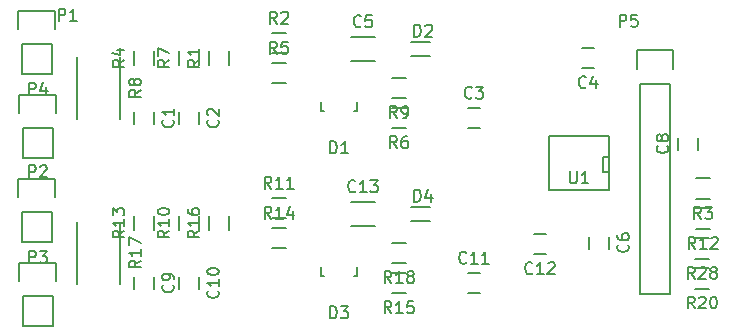
<source format=gto>
G04 #@! TF.FileFunction,Legend,Top*
%FSLAX46Y46*%
G04 Gerber Fmt 4.6, Leading zero omitted, Abs format (unit mm)*
G04 Created by KiCad (PCBNEW 4.0.7) date Sat Jan  5 20:39:28 2019*
%MOMM*%
%LPD*%
G01*
G04 APERTURE LIST*
%ADD10C,0.100000*%
%ADD11C,0.150000*%
G04 APERTURE END LIST*
D10*
D11*
X79769000Y-29285000D02*
X79769000Y-47065000D01*
X79769000Y-47065000D02*
X77229000Y-47065000D01*
X77229000Y-47065000D02*
X77229000Y-29285000D01*
X80049000Y-26465000D02*
X80049000Y-28015000D01*
X79769000Y-29285000D02*
X77229000Y-29285000D01*
X76949000Y-28015000D02*
X76949000Y-26465000D01*
X76949000Y-26465000D02*
X80049000Y-26465000D01*
X36085000Y-32685000D02*
X36085000Y-31685000D01*
X34385000Y-31685000D02*
X34385000Y-32685000D01*
X39895000Y-32685000D02*
X39895000Y-31685000D01*
X38195000Y-31685000D02*
X38195000Y-32685000D01*
X63675000Y-31335000D02*
X62675000Y-31335000D01*
X62675000Y-33035000D02*
X63675000Y-33035000D01*
X72327000Y-27955000D02*
X73327000Y-27955000D01*
X73327000Y-26255000D02*
X72327000Y-26255000D01*
X54777000Y-25318000D02*
X52777000Y-25318000D01*
X52777000Y-27368000D02*
X54777000Y-27368000D01*
X74600000Y-43250000D02*
X74600000Y-42250000D01*
X72900000Y-42250000D02*
X72900000Y-43250000D01*
X80443000Y-33865000D02*
X80443000Y-34865000D01*
X82143000Y-34865000D02*
X82143000Y-33865000D01*
X36085000Y-46655000D02*
X36085000Y-45655000D01*
X34385000Y-45655000D02*
X34385000Y-46655000D01*
X39895000Y-46655000D02*
X39895000Y-45655000D01*
X38195000Y-45655000D02*
X38195000Y-46655000D01*
X63675000Y-45305000D02*
X62675000Y-45305000D01*
X62675000Y-47005000D02*
X63675000Y-47005000D01*
X68263000Y-43703000D02*
X69263000Y-43703000D01*
X69263000Y-42003000D02*
X68263000Y-42003000D01*
X54777000Y-39288000D02*
X52777000Y-39288000D01*
X52777000Y-41338000D02*
X54777000Y-41338000D01*
X53244820Y-30864200D02*
X53244820Y-31565240D01*
X53244820Y-31565240D02*
X52995900Y-31565240D01*
X50445840Y-31565240D02*
X50245180Y-31565240D01*
X50245180Y-31565240D02*
X50245180Y-30864200D01*
X59457000Y-25743000D02*
X57857000Y-25743000D01*
X59457000Y-26943000D02*
X57857000Y-26943000D01*
X53244820Y-44834200D02*
X53244820Y-45535240D01*
X53244820Y-45535240D02*
X52995900Y-45535240D01*
X50445840Y-45535240D02*
X50245180Y-45535240D01*
X50245180Y-45535240D02*
X50245180Y-44834200D01*
X59457000Y-39713000D02*
X57857000Y-39713000D01*
X59457000Y-40913000D02*
X57857000Y-40913000D01*
X27432000Y-25908000D02*
X27432000Y-28448000D01*
X27712000Y-23088000D02*
X27712000Y-24638000D01*
X27432000Y-25908000D02*
X24892000Y-25908000D01*
X24612000Y-24638000D02*
X24612000Y-23088000D01*
X24612000Y-23088000D02*
X27712000Y-23088000D01*
X24892000Y-25908000D02*
X24892000Y-28448000D01*
X24892000Y-28448000D02*
X27432000Y-28448000D01*
X27432000Y-40132000D02*
X27432000Y-42672000D01*
X27712000Y-37312000D02*
X27712000Y-38862000D01*
X27432000Y-40132000D02*
X24892000Y-40132000D01*
X24612000Y-38862000D02*
X24612000Y-37312000D01*
X24612000Y-37312000D02*
X27712000Y-37312000D01*
X24892000Y-40132000D02*
X24892000Y-42672000D01*
X24892000Y-42672000D02*
X27432000Y-42672000D01*
X27520000Y-47270000D02*
X27520000Y-49810000D01*
X27800000Y-44450000D02*
X27800000Y-46000000D01*
X27520000Y-47270000D02*
X24980000Y-47270000D01*
X24700000Y-46000000D02*
X24700000Y-44450000D01*
X24700000Y-44450000D02*
X27800000Y-44450000D01*
X24980000Y-47270000D02*
X24980000Y-49810000D01*
X24980000Y-49810000D02*
X27520000Y-49810000D01*
X27520000Y-33020000D02*
X27520000Y-35560000D01*
X27800000Y-30200000D02*
X27800000Y-31750000D01*
X27520000Y-33020000D02*
X24980000Y-33020000D01*
X24700000Y-31750000D02*
X24700000Y-30200000D01*
X24700000Y-30200000D02*
X27800000Y-30200000D01*
X24980000Y-33020000D02*
X24980000Y-35560000D01*
X24980000Y-35560000D02*
X27520000Y-35560000D01*
X42460000Y-26505000D02*
X42460000Y-27705000D01*
X40710000Y-27705000D02*
X40710000Y-26505000D01*
X47265000Y-26710000D02*
X46065000Y-26710000D01*
X46065000Y-24960000D02*
X47265000Y-24960000D01*
X81963000Y-37300000D02*
X83163000Y-37300000D01*
X83163000Y-39050000D02*
X81963000Y-39050000D01*
X36110000Y-26505000D02*
X36110000Y-27705000D01*
X34360000Y-27705000D02*
X34360000Y-26505000D01*
X47265000Y-29250000D02*
X46065000Y-29250000D01*
X46065000Y-27500000D02*
X47265000Y-27500000D01*
X56225000Y-31310000D02*
X57425000Y-31310000D01*
X57425000Y-33060000D02*
X56225000Y-33060000D01*
X39920000Y-26505000D02*
X39920000Y-27705000D01*
X38170000Y-27705000D02*
X38170000Y-26505000D01*
X29600000Y-32245000D02*
X29600000Y-27045000D01*
X33250000Y-27045000D02*
X33250000Y-32245000D01*
X56225000Y-28770000D02*
X57425000Y-28770000D01*
X57425000Y-30520000D02*
X56225000Y-30520000D01*
X39920000Y-40475000D02*
X39920000Y-41675000D01*
X38170000Y-41675000D02*
X38170000Y-40475000D01*
X47265000Y-40680000D02*
X46065000Y-40680000D01*
X46065000Y-38930000D02*
X47265000Y-38930000D01*
X81963000Y-39840000D02*
X83163000Y-39840000D01*
X83163000Y-41590000D02*
X81963000Y-41590000D01*
X36110000Y-40475000D02*
X36110000Y-41675000D01*
X34360000Y-41675000D02*
X34360000Y-40475000D01*
X47265000Y-43220000D02*
X46065000Y-43220000D01*
X46065000Y-41470000D02*
X47265000Y-41470000D01*
X56225000Y-45280000D02*
X57425000Y-45280000D01*
X57425000Y-47030000D02*
X56225000Y-47030000D01*
X42460000Y-40475000D02*
X42460000Y-41675000D01*
X40710000Y-41675000D02*
X40710000Y-40475000D01*
X29600000Y-46215000D02*
X29600000Y-41015000D01*
X33250000Y-41015000D02*
X33250000Y-46215000D01*
X56225000Y-42740000D02*
X57425000Y-42740000D01*
X57425000Y-44490000D02*
X56225000Y-44490000D01*
X81900000Y-44875000D02*
X83100000Y-44875000D01*
X83100000Y-46625000D02*
X81900000Y-46625000D01*
X81900000Y-42375000D02*
X83100000Y-42375000D01*
X83100000Y-44125000D02*
X81900000Y-44125000D01*
X74605000Y-38281000D02*
X69525000Y-38281000D01*
X69525000Y-38281000D02*
X69525000Y-33709000D01*
X69525000Y-33709000D02*
X74605000Y-33709000D01*
X74605000Y-33709000D02*
X74605000Y-38281000D01*
X74605000Y-36757000D02*
X74097000Y-36757000D01*
X74097000Y-36757000D02*
X74097000Y-35487000D01*
X74097000Y-35487000D02*
X74605000Y-35487000D01*
X75511905Y-24452381D02*
X75511905Y-23452381D01*
X75892858Y-23452381D01*
X75988096Y-23500000D01*
X76035715Y-23547619D01*
X76083334Y-23642857D01*
X76083334Y-23785714D01*
X76035715Y-23880952D01*
X75988096Y-23928571D01*
X75892858Y-23976190D01*
X75511905Y-23976190D01*
X76988096Y-23452381D02*
X76511905Y-23452381D01*
X76464286Y-23928571D01*
X76511905Y-23880952D01*
X76607143Y-23833333D01*
X76845239Y-23833333D01*
X76940477Y-23880952D01*
X76988096Y-23928571D01*
X77035715Y-24023810D01*
X77035715Y-24261905D01*
X76988096Y-24357143D01*
X76940477Y-24404762D01*
X76845239Y-24452381D01*
X76607143Y-24452381D01*
X76511905Y-24404762D01*
X76464286Y-24357143D01*
X37692143Y-32351666D02*
X37739762Y-32399285D01*
X37787381Y-32542142D01*
X37787381Y-32637380D01*
X37739762Y-32780238D01*
X37644524Y-32875476D01*
X37549286Y-32923095D01*
X37358810Y-32970714D01*
X37215952Y-32970714D01*
X37025476Y-32923095D01*
X36930238Y-32875476D01*
X36835000Y-32780238D01*
X36787381Y-32637380D01*
X36787381Y-32542142D01*
X36835000Y-32399285D01*
X36882619Y-32351666D01*
X37787381Y-31399285D02*
X37787381Y-31970714D01*
X37787381Y-31685000D02*
X36787381Y-31685000D01*
X36930238Y-31780238D01*
X37025476Y-31875476D01*
X37073095Y-31970714D01*
X41502143Y-32351666D02*
X41549762Y-32399285D01*
X41597381Y-32542142D01*
X41597381Y-32637380D01*
X41549762Y-32780238D01*
X41454524Y-32875476D01*
X41359286Y-32923095D01*
X41168810Y-32970714D01*
X41025952Y-32970714D01*
X40835476Y-32923095D01*
X40740238Y-32875476D01*
X40645000Y-32780238D01*
X40597381Y-32637380D01*
X40597381Y-32542142D01*
X40645000Y-32399285D01*
X40692619Y-32351666D01*
X40692619Y-31970714D02*
X40645000Y-31923095D01*
X40597381Y-31827857D01*
X40597381Y-31589761D01*
X40645000Y-31494523D01*
X40692619Y-31446904D01*
X40787857Y-31399285D01*
X40883095Y-31399285D01*
X41025952Y-31446904D01*
X41597381Y-32018333D01*
X41597381Y-31399285D01*
X63008334Y-30442143D02*
X62960715Y-30489762D01*
X62817858Y-30537381D01*
X62722620Y-30537381D01*
X62579762Y-30489762D01*
X62484524Y-30394524D01*
X62436905Y-30299286D01*
X62389286Y-30108810D01*
X62389286Y-29965952D01*
X62436905Y-29775476D01*
X62484524Y-29680238D01*
X62579762Y-29585000D01*
X62722620Y-29537381D01*
X62817858Y-29537381D01*
X62960715Y-29585000D01*
X63008334Y-29632619D01*
X63341667Y-29537381D02*
X63960715Y-29537381D01*
X63627381Y-29918333D01*
X63770239Y-29918333D01*
X63865477Y-29965952D01*
X63913096Y-30013571D01*
X63960715Y-30108810D01*
X63960715Y-30346905D01*
X63913096Y-30442143D01*
X63865477Y-30489762D01*
X63770239Y-30537381D01*
X63484524Y-30537381D01*
X63389286Y-30489762D01*
X63341667Y-30442143D01*
X72660334Y-29562143D02*
X72612715Y-29609762D01*
X72469858Y-29657381D01*
X72374620Y-29657381D01*
X72231762Y-29609762D01*
X72136524Y-29514524D01*
X72088905Y-29419286D01*
X72041286Y-29228810D01*
X72041286Y-29085952D01*
X72088905Y-28895476D01*
X72136524Y-28800238D01*
X72231762Y-28705000D01*
X72374620Y-28657381D01*
X72469858Y-28657381D01*
X72612715Y-28705000D01*
X72660334Y-28752619D01*
X73517477Y-28990714D02*
X73517477Y-29657381D01*
X73279381Y-28609762D02*
X73041286Y-29324048D01*
X73660334Y-29324048D01*
X53610334Y-24400143D02*
X53562715Y-24447762D01*
X53419858Y-24495381D01*
X53324620Y-24495381D01*
X53181762Y-24447762D01*
X53086524Y-24352524D01*
X53038905Y-24257286D01*
X52991286Y-24066810D01*
X52991286Y-23923952D01*
X53038905Y-23733476D01*
X53086524Y-23638238D01*
X53181762Y-23543000D01*
X53324620Y-23495381D01*
X53419858Y-23495381D01*
X53562715Y-23543000D01*
X53610334Y-23590619D01*
X54515096Y-23495381D02*
X54038905Y-23495381D01*
X53991286Y-23971571D01*
X54038905Y-23923952D01*
X54134143Y-23876333D01*
X54372239Y-23876333D01*
X54467477Y-23923952D01*
X54515096Y-23971571D01*
X54562715Y-24066810D01*
X54562715Y-24304905D01*
X54515096Y-24400143D01*
X54467477Y-24447762D01*
X54372239Y-24495381D01*
X54134143Y-24495381D01*
X54038905Y-24447762D01*
X53991286Y-24400143D01*
X76207143Y-42916666D02*
X76254762Y-42964285D01*
X76302381Y-43107142D01*
X76302381Y-43202380D01*
X76254762Y-43345238D01*
X76159524Y-43440476D01*
X76064286Y-43488095D01*
X75873810Y-43535714D01*
X75730952Y-43535714D01*
X75540476Y-43488095D01*
X75445238Y-43440476D01*
X75350000Y-43345238D01*
X75302381Y-43202380D01*
X75302381Y-43107142D01*
X75350000Y-42964285D01*
X75397619Y-42916666D01*
X75302381Y-42059523D02*
X75302381Y-42250000D01*
X75350000Y-42345238D01*
X75397619Y-42392857D01*
X75540476Y-42488095D01*
X75730952Y-42535714D01*
X76111905Y-42535714D01*
X76207143Y-42488095D01*
X76254762Y-42440476D01*
X76302381Y-42345238D01*
X76302381Y-42154761D01*
X76254762Y-42059523D01*
X76207143Y-42011904D01*
X76111905Y-41964285D01*
X75873810Y-41964285D01*
X75778571Y-42011904D01*
X75730952Y-42059523D01*
X75683333Y-42154761D01*
X75683333Y-42345238D01*
X75730952Y-42440476D01*
X75778571Y-42488095D01*
X75873810Y-42535714D01*
X79550143Y-34531666D02*
X79597762Y-34579285D01*
X79645381Y-34722142D01*
X79645381Y-34817380D01*
X79597762Y-34960238D01*
X79502524Y-35055476D01*
X79407286Y-35103095D01*
X79216810Y-35150714D01*
X79073952Y-35150714D01*
X78883476Y-35103095D01*
X78788238Y-35055476D01*
X78693000Y-34960238D01*
X78645381Y-34817380D01*
X78645381Y-34722142D01*
X78693000Y-34579285D01*
X78740619Y-34531666D01*
X79073952Y-33960238D02*
X79026333Y-34055476D01*
X78978714Y-34103095D01*
X78883476Y-34150714D01*
X78835857Y-34150714D01*
X78740619Y-34103095D01*
X78693000Y-34055476D01*
X78645381Y-33960238D01*
X78645381Y-33769761D01*
X78693000Y-33674523D01*
X78740619Y-33626904D01*
X78835857Y-33579285D01*
X78883476Y-33579285D01*
X78978714Y-33626904D01*
X79026333Y-33674523D01*
X79073952Y-33769761D01*
X79073952Y-33960238D01*
X79121571Y-34055476D01*
X79169190Y-34103095D01*
X79264429Y-34150714D01*
X79454905Y-34150714D01*
X79550143Y-34103095D01*
X79597762Y-34055476D01*
X79645381Y-33960238D01*
X79645381Y-33769761D01*
X79597762Y-33674523D01*
X79550143Y-33626904D01*
X79454905Y-33579285D01*
X79264429Y-33579285D01*
X79169190Y-33626904D01*
X79121571Y-33674523D01*
X79073952Y-33769761D01*
X37692143Y-46321666D02*
X37739762Y-46369285D01*
X37787381Y-46512142D01*
X37787381Y-46607380D01*
X37739762Y-46750238D01*
X37644524Y-46845476D01*
X37549286Y-46893095D01*
X37358810Y-46940714D01*
X37215952Y-46940714D01*
X37025476Y-46893095D01*
X36930238Y-46845476D01*
X36835000Y-46750238D01*
X36787381Y-46607380D01*
X36787381Y-46512142D01*
X36835000Y-46369285D01*
X36882619Y-46321666D01*
X37787381Y-45845476D02*
X37787381Y-45655000D01*
X37739762Y-45559761D01*
X37692143Y-45512142D01*
X37549286Y-45416904D01*
X37358810Y-45369285D01*
X36977857Y-45369285D01*
X36882619Y-45416904D01*
X36835000Y-45464523D01*
X36787381Y-45559761D01*
X36787381Y-45750238D01*
X36835000Y-45845476D01*
X36882619Y-45893095D01*
X36977857Y-45940714D01*
X37215952Y-45940714D01*
X37311190Y-45893095D01*
X37358810Y-45845476D01*
X37406429Y-45750238D01*
X37406429Y-45559761D01*
X37358810Y-45464523D01*
X37311190Y-45416904D01*
X37215952Y-45369285D01*
X41502143Y-46797857D02*
X41549762Y-46845476D01*
X41597381Y-46988333D01*
X41597381Y-47083571D01*
X41549762Y-47226429D01*
X41454524Y-47321667D01*
X41359286Y-47369286D01*
X41168810Y-47416905D01*
X41025952Y-47416905D01*
X40835476Y-47369286D01*
X40740238Y-47321667D01*
X40645000Y-47226429D01*
X40597381Y-47083571D01*
X40597381Y-46988333D01*
X40645000Y-46845476D01*
X40692619Y-46797857D01*
X41597381Y-45845476D02*
X41597381Y-46416905D01*
X41597381Y-46131191D02*
X40597381Y-46131191D01*
X40740238Y-46226429D01*
X40835476Y-46321667D01*
X40883095Y-46416905D01*
X40597381Y-45226429D02*
X40597381Y-45131190D01*
X40645000Y-45035952D01*
X40692619Y-44988333D01*
X40787857Y-44940714D01*
X40978333Y-44893095D01*
X41216429Y-44893095D01*
X41406905Y-44940714D01*
X41502143Y-44988333D01*
X41549762Y-45035952D01*
X41597381Y-45131190D01*
X41597381Y-45226429D01*
X41549762Y-45321667D01*
X41502143Y-45369286D01*
X41406905Y-45416905D01*
X41216429Y-45464524D01*
X40978333Y-45464524D01*
X40787857Y-45416905D01*
X40692619Y-45369286D01*
X40645000Y-45321667D01*
X40597381Y-45226429D01*
X62532143Y-44412143D02*
X62484524Y-44459762D01*
X62341667Y-44507381D01*
X62246429Y-44507381D01*
X62103571Y-44459762D01*
X62008333Y-44364524D01*
X61960714Y-44269286D01*
X61913095Y-44078810D01*
X61913095Y-43935952D01*
X61960714Y-43745476D01*
X62008333Y-43650238D01*
X62103571Y-43555000D01*
X62246429Y-43507381D01*
X62341667Y-43507381D01*
X62484524Y-43555000D01*
X62532143Y-43602619D01*
X63484524Y-44507381D02*
X62913095Y-44507381D01*
X63198809Y-44507381D02*
X63198809Y-43507381D01*
X63103571Y-43650238D01*
X63008333Y-43745476D01*
X62913095Y-43793095D01*
X64436905Y-44507381D02*
X63865476Y-44507381D01*
X64151190Y-44507381D02*
X64151190Y-43507381D01*
X64055952Y-43650238D01*
X63960714Y-43745476D01*
X63865476Y-43793095D01*
X68120143Y-45310143D02*
X68072524Y-45357762D01*
X67929667Y-45405381D01*
X67834429Y-45405381D01*
X67691571Y-45357762D01*
X67596333Y-45262524D01*
X67548714Y-45167286D01*
X67501095Y-44976810D01*
X67501095Y-44833952D01*
X67548714Y-44643476D01*
X67596333Y-44548238D01*
X67691571Y-44453000D01*
X67834429Y-44405381D01*
X67929667Y-44405381D01*
X68072524Y-44453000D01*
X68120143Y-44500619D01*
X69072524Y-45405381D02*
X68501095Y-45405381D01*
X68786809Y-45405381D02*
X68786809Y-44405381D01*
X68691571Y-44548238D01*
X68596333Y-44643476D01*
X68501095Y-44691095D01*
X69453476Y-44500619D02*
X69501095Y-44453000D01*
X69596333Y-44405381D01*
X69834429Y-44405381D01*
X69929667Y-44453000D01*
X69977286Y-44500619D01*
X70024905Y-44595857D01*
X70024905Y-44691095D01*
X69977286Y-44833952D01*
X69405857Y-45405381D01*
X70024905Y-45405381D01*
X53134143Y-38370143D02*
X53086524Y-38417762D01*
X52943667Y-38465381D01*
X52848429Y-38465381D01*
X52705571Y-38417762D01*
X52610333Y-38322524D01*
X52562714Y-38227286D01*
X52515095Y-38036810D01*
X52515095Y-37893952D01*
X52562714Y-37703476D01*
X52610333Y-37608238D01*
X52705571Y-37513000D01*
X52848429Y-37465381D01*
X52943667Y-37465381D01*
X53086524Y-37513000D01*
X53134143Y-37560619D01*
X54086524Y-38465381D02*
X53515095Y-38465381D01*
X53800809Y-38465381D02*
X53800809Y-37465381D01*
X53705571Y-37608238D01*
X53610333Y-37703476D01*
X53515095Y-37751095D01*
X54419857Y-37465381D02*
X55038905Y-37465381D01*
X54705571Y-37846333D01*
X54848429Y-37846333D01*
X54943667Y-37893952D01*
X54991286Y-37941571D01*
X55038905Y-38036810D01*
X55038905Y-38274905D01*
X54991286Y-38370143D01*
X54943667Y-38417762D01*
X54848429Y-38465381D01*
X54562714Y-38465381D01*
X54467476Y-38417762D01*
X54419857Y-38370143D01*
X51006905Y-35177381D02*
X51006905Y-34177381D01*
X51245000Y-34177381D01*
X51387858Y-34225000D01*
X51483096Y-34320238D01*
X51530715Y-34415476D01*
X51578334Y-34605952D01*
X51578334Y-34748810D01*
X51530715Y-34939286D01*
X51483096Y-35034524D01*
X51387858Y-35129762D01*
X51245000Y-35177381D01*
X51006905Y-35177381D01*
X52530715Y-35177381D02*
X51959286Y-35177381D01*
X52245000Y-35177381D02*
X52245000Y-34177381D01*
X52149762Y-34320238D01*
X52054524Y-34415476D01*
X51959286Y-34463095D01*
X58118905Y-25295381D02*
X58118905Y-24295381D01*
X58357000Y-24295381D01*
X58499858Y-24343000D01*
X58595096Y-24438238D01*
X58642715Y-24533476D01*
X58690334Y-24723952D01*
X58690334Y-24866810D01*
X58642715Y-25057286D01*
X58595096Y-25152524D01*
X58499858Y-25247762D01*
X58357000Y-25295381D01*
X58118905Y-25295381D01*
X59071286Y-24390619D02*
X59118905Y-24343000D01*
X59214143Y-24295381D01*
X59452239Y-24295381D01*
X59547477Y-24343000D01*
X59595096Y-24390619D01*
X59642715Y-24485857D01*
X59642715Y-24581095D01*
X59595096Y-24723952D01*
X59023667Y-25295381D01*
X59642715Y-25295381D01*
X51006905Y-49147381D02*
X51006905Y-48147381D01*
X51245000Y-48147381D01*
X51387858Y-48195000D01*
X51483096Y-48290238D01*
X51530715Y-48385476D01*
X51578334Y-48575952D01*
X51578334Y-48718810D01*
X51530715Y-48909286D01*
X51483096Y-49004524D01*
X51387858Y-49099762D01*
X51245000Y-49147381D01*
X51006905Y-49147381D01*
X51911667Y-48147381D02*
X52530715Y-48147381D01*
X52197381Y-48528333D01*
X52340239Y-48528333D01*
X52435477Y-48575952D01*
X52483096Y-48623571D01*
X52530715Y-48718810D01*
X52530715Y-48956905D01*
X52483096Y-49052143D01*
X52435477Y-49099762D01*
X52340239Y-49147381D01*
X52054524Y-49147381D01*
X51959286Y-49099762D01*
X51911667Y-49052143D01*
X58118905Y-39265381D02*
X58118905Y-38265381D01*
X58357000Y-38265381D01*
X58499858Y-38313000D01*
X58595096Y-38408238D01*
X58642715Y-38503476D01*
X58690334Y-38693952D01*
X58690334Y-38836810D01*
X58642715Y-39027286D01*
X58595096Y-39122524D01*
X58499858Y-39217762D01*
X58357000Y-39265381D01*
X58118905Y-39265381D01*
X59547477Y-38598714D02*
X59547477Y-39265381D01*
X59309381Y-38217762D02*
X59071286Y-38932048D01*
X59690334Y-38932048D01*
X28011905Y-23952381D02*
X28011905Y-22952381D01*
X28392858Y-22952381D01*
X28488096Y-23000000D01*
X28535715Y-23047619D01*
X28583334Y-23142857D01*
X28583334Y-23285714D01*
X28535715Y-23380952D01*
X28488096Y-23428571D01*
X28392858Y-23476190D01*
X28011905Y-23476190D01*
X29535715Y-23952381D02*
X28964286Y-23952381D01*
X29250000Y-23952381D02*
X29250000Y-22952381D01*
X29154762Y-23095238D01*
X29059524Y-23190476D01*
X28964286Y-23238095D01*
X25511905Y-37202381D02*
X25511905Y-36202381D01*
X25892858Y-36202381D01*
X25988096Y-36250000D01*
X26035715Y-36297619D01*
X26083334Y-36392857D01*
X26083334Y-36535714D01*
X26035715Y-36630952D01*
X25988096Y-36678571D01*
X25892858Y-36726190D01*
X25511905Y-36726190D01*
X26464286Y-36297619D02*
X26511905Y-36250000D01*
X26607143Y-36202381D01*
X26845239Y-36202381D01*
X26940477Y-36250000D01*
X26988096Y-36297619D01*
X27035715Y-36392857D01*
X27035715Y-36488095D01*
X26988096Y-36630952D01*
X26416667Y-37202381D01*
X27035715Y-37202381D01*
X25511905Y-44452381D02*
X25511905Y-43452381D01*
X25892858Y-43452381D01*
X25988096Y-43500000D01*
X26035715Y-43547619D01*
X26083334Y-43642857D01*
X26083334Y-43785714D01*
X26035715Y-43880952D01*
X25988096Y-43928571D01*
X25892858Y-43976190D01*
X25511905Y-43976190D01*
X26416667Y-43452381D02*
X27035715Y-43452381D01*
X26702381Y-43833333D01*
X26845239Y-43833333D01*
X26940477Y-43880952D01*
X26988096Y-43928571D01*
X27035715Y-44023810D01*
X27035715Y-44261905D01*
X26988096Y-44357143D01*
X26940477Y-44404762D01*
X26845239Y-44452381D01*
X26559524Y-44452381D01*
X26464286Y-44404762D01*
X26416667Y-44357143D01*
X25511905Y-30202381D02*
X25511905Y-29202381D01*
X25892858Y-29202381D01*
X25988096Y-29250000D01*
X26035715Y-29297619D01*
X26083334Y-29392857D01*
X26083334Y-29535714D01*
X26035715Y-29630952D01*
X25988096Y-29678571D01*
X25892858Y-29726190D01*
X25511905Y-29726190D01*
X26940477Y-29535714D02*
X26940477Y-30202381D01*
X26702381Y-29154762D02*
X26464286Y-29869048D01*
X27083334Y-29869048D01*
X39937381Y-27271666D02*
X39461190Y-27605000D01*
X39937381Y-27843095D02*
X38937381Y-27843095D01*
X38937381Y-27462142D01*
X38985000Y-27366904D01*
X39032619Y-27319285D01*
X39127857Y-27271666D01*
X39270714Y-27271666D01*
X39365952Y-27319285D01*
X39413571Y-27366904D01*
X39461190Y-27462142D01*
X39461190Y-27843095D01*
X39937381Y-26319285D02*
X39937381Y-26890714D01*
X39937381Y-26605000D02*
X38937381Y-26605000D01*
X39080238Y-26700238D01*
X39175476Y-26795476D01*
X39223095Y-26890714D01*
X46498334Y-24187381D02*
X46165000Y-23711190D01*
X45926905Y-24187381D02*
X45926905Y-23187381D01*
X46307858Y-23187381D01*
X46403096Y-23235000D01*
X46450715Y-23282619D01*
X46498334Y-23377857D01*
X46498334Y-23520714D01*
X46450715Y-23615952D01*
X46403096Y-23663571D01*
X46307858Y-23711190D01*
X45926905Y-23711190D01*
X46879286Y-23282619D02*
X46926905Y-23235000D01*
X47022143Y-23187381D01*
X47260239Y-23187381D01*
X47355477Y-23235000D01*
X47403096Y-23282619D01*
X47450715Y-23377857D01*
X47450715Y-23473095D01*
X47403096Y-23615952D01*
X46831667Y-24187381D01*
X47450715Y-24187381D01*
X82396334Y-40727381D02*
X82063000Y-40251190D01*
X81824905Y-40727381D02*
X81824905Y-39727381D01*
X82205858Y-39727381D01*
X82301096Y-39775000D01*
X82348715Y-39822619D01*
X82396334Y-39917857D01*
X82396334Y-40060714D01*
X82348715Y-40155952D01*
X82301096Y-40203571D01*
X82205858Y-40251190D01*
X81824905Y-40251190D01*
X82729667Y-39727381D02*
X83348715Y-39727381D01*
X83015381Y-40108333D01*
X83158239Y-40108333D01*
X83253477Y-40155952D01*
X83301096Y-40203571D01*
X83348715Y-40298810D01*
X83348715Y-40536905D01*
X83301096Y-40632143D01*
X83253477Y-40679762D01*
X83158239Y-40727381D01*
X82872524Y-40727381D01*
X82777286Y-40679762D01*
X82729667Y-40632143D01*
X33587381Y-27271666D02*
X33111190Y-27605000D01*
X33587381Y-27843095D02*
X32587381Y-27843095D01*
X32587381Y-27462142D01*
X32635000Y-27366904D01*
X32682619Y-27319285D01*
X32777857Y-27271666D01*
X32920714Y-27271666D01*
X33015952Y-27319285D01*
X33063571Y-27366904D01*
X33111190Y-27462142D01*
X33111190Y-27843095D01*
X32920714Y-26414523D02*
X33587381Y-26414523D01*
X32539762Y-26652619D02*
X33254048Y-26890714D01*
X33254048Y-26271666D01*
X46498334Y-26727381D02*
X46165000Y-26251190D01*
X45926905Y-26727381D02*
X45926905Y-25727381D01*
X46307858Y-25727381D01*
X46403096Y-25775000D01*
X46450715Y-25822619D01*
X46498334Y-25917857D01*
X46498334Y-26060714D01*
X46450715Y-26155952D01*
X46403096Y-26203571D01*
X46307858Y-26251190D01*
X45926905Y-26251190D01*
X47403096Y-25727381D02*
X46926905Y-25727381D01*
X46879286Y-26203571D01*
X46926905Y-26155952D01*
X47022143Y-26108333D01*
X47260239Y-26108333D01*
X47355477Y-26155952D01*
X47403096Y-26203571D01*
X47450715Y-26298810D01*
X47450715Y-26536905D01*
X47403096Y-26632143D01*
X47355477Y-26679762D01*
X47260239Y-26727381D01*
X47022143Y-26727381D01*
X46926905Y-26679762D01*
X46879286Y-26632143D01*
X56658334Y-34737381D02*
X56325000Y-34261190D01*
X56086905Y-34737381D02*
X56086905Y-33737381D01*
X56467858Y-33737381D01*
X56563096Y-33785000D01*
X56610715Y-33832619D01*
X56658334Y-33927857D01*
X56658334Y-34070714D01*
X56610715Y-34165952D01*
X56563096Y-34213571D01*
X56467858Y-34261190D01*
X56086905Y-34261190D01*
X57515477Y-33737381D02*
X57325000Y-33737381D01*
X57229762Y-33785000D01*
X57182143Y-33832619D01*
X57086905Y-33975476D01*
X57039286Y-34165952D01*
X57039286Y-34546905D01*
X57086905Y-34642143D01*
X57134524Y-34689762D01*
X57229762Y-34737381D01*
X57420239Y-34737381D01*
X57515477Y-34689762D01*
X57563096Y-34642143D01*
X57610715Y-34546905D01*
X57610715Y-34308810D01*
X57563096Y-34213571D01*
X57515477Y-34165952D01*
X57420239Y-34118333D01*
X57229762Y-34118333D01*
X57134524Y-34165952D01*
X57086905Y-34213571D01*
X57039286Y-34308810D01*
X37397381Y-27271666D02*
X36921190Y-27605000D01*
X37397381Y-27843095D02*
X36397381Y-27843095D01*
X36397381Y-27462142D01*
X36445000Y-27366904D01*
X36492619Y-27319285D01*
X36587857Y-27271666D01*
X36730714Y-27271666D01*
X36825952Y-27319285D01*
X36873571Y-27366904D01*
X36921190Y-27462142D01*
X36921190Y-27843095D01*
X36397381Y-26938333D02*
X36397381Y-26271666D01*
X37397381Y-26700238D01*
X34977381Y-29811666D02*
X34501190Y-30145000D01*
X34977381Y-30383095D02*
X33977381Y-30383095D01*
X33977381Y-30002142D01*
X34025000Y-29906904D01*
X34072619Y-29859285D01*
X34167857Y-29811666D01*
X34310714Y-29811666D01*
X34405952Y-29859285D01*
X34453571Y-29906904D01*
X34501190Y-30002142D01*
X34501190Y-30383095D01*
X34405952Y-29240238D02*
X34358333Y-29335476D01*
X34310714Y-29383095D01*
X34215476Y-29430714D01*
X34167857Y-29430714D01*
X34072619Y-29383095D01*
X34025000Y-29335476D01*
X33977381Y-29240238D01*
X33977381Y-29049761D01*
X34025000Y-28954523D01*
X34072619Y-28906904D01*
X34167857Y-28859285D01*
X34215476Y-28859285D01*
X34310714Y-28906904D01*
X34358333Y-28954523D01*
X34405952Y-29049761D01*
X34405952Y-29240238D01*
X34453571Y-29335476D01*
X34501190Y-29383095D01*
X34596429Y-29430714D01*
X34786905Y-29430714D01*
X34882143Y-29383095D01*
X34929762Y-29335476D01*
X34977381Y-29240238D01*
X34977381Y-29049761D01*
X34929762Y-28954523D01*
X34882143Y-28906904D01*
X34786905Y-28859285D01*
X34596429Y-28859285D01*
X34501190Y-28906904D01*
X34453571Y-28954523D01*
X34405952Y-29049761D01*
X56658334Y-32197381D02*
X56325000Y-31721190D01*
X56086905Y-32197381D02*
X56086905Y-31197381D01*
X56467858Y-31197381D01*
X56563096Y-31245000D01*
X56610715Y-31292619D01*
X56658334Y-31387857D01*
X56658334Y-31530714D01*
X56610715Y-31625952D01*
X56563096Y-31673571D01*
X56467858Y-31721190D01*
X56086905Y-31721190D01*
X57134524Y-32197381D02*
X57325000Y-32197381D01*
X57420239Y-32149762D01*
X57467858Y-32102143D01*
X57563096Y-31959286D01*
X57610715Y-31768810D01*
X57610715Y-31387857D01*
X57563096Y-31292619D01*
X57515477Y-31245000D01*
X57420239Y-31197381D01*
X57229762Y-31197381D01*
X57134524Y-31245000D01*
X57086905Y-31292619D01*
X57039286Y-31387857D01*
X57039286Y-31625952D01*
X57086905Y-31721190D01*
X57134524Y-31768810D01*
X57229762Y-31816429D01*
X57420239Y-31816429D01*
X57515477Y-31768810D01*
X57563096Y-31721190D01*
X57610715Y-31625952D01*
X37397381Y-41717857D02*
X36921190Y-42051191D01*
X37397381Y-42289286D02*
X36397381Y-42289286D01*
X36397381Y-41908333D01*
X36445000Y-41813095D01*
X36492619Y-41765476D01*
X36587857Y-41717857D01*
X36730714Y-41717857D01*
X36825952Y-41765476D01*
X36873571Y-41813095D01*
X36921190Y-41908333D01*
X36921190Y-42289286D01*
X37397381Y-40765476D02*
X37397381Y-41336905D01*
X37397381Y-41051191D02*
X36397381Y-41051191D01*
X36540238Y-41146429D01*
X36635476Y-41241667D01*
X36683095Y-41336905D01*
X36397381Y-40146429D02*
X36397381Y-40051190D01*
X36445000Y-39955952D01*
X36492619Y-39908333D01*
X36587857Y-39860714D01*
X36778333Y-39813095D01*
X37016429Y-39813095D01*
X37206905Y-39860714D01*
X37302143Y-39908333D01*
X37349762Y-39955952D01*
X37397381Y-40051190D01*
X37397381Y-40146429D01*
X37349762Y-40241667D01*
X37302143Y-40289286D01*
X37206905Y-40336905D01*
X37016429Y-40384524D01*
X36778333Y-40384524D01*
X36587857Y-40336905D01*
X36492619Y-40289286D01*
X36445000Y-40241667D01*
X36397381Y-40146429D01*
X46022143Y-38157381D02*
X45688809Y-37681190D01*
X45450714Y-38157381D02*
X45450714Y-37157381D01*
X45831667Y-37157381D01*
X45926905Y-37205000D01*
X45974524Y-37252619D01*
X46022143Y-37347857D01*
X46022143Y-37490714D01*
X45974524Y-37585952D01*
X45926905Y-37633571D01*
X45831667Y-37681190D01*
X45450714Y-37681190D01*
X46974524Y-38157381D02*
X46403095Y-38157381D01*
X46688809Y-38157381D02*
X46688809Y-37157381D01*
X46593571Y-37300238D01*
X46498333Y-37395476D01*
X46403095Y-37443095D01*
X47926905Y-38157381D02*
X47355476Y-38157381D01*
X47641190Y-38157381D02*
X47641190Y-37157381D01*
X47545952Y-37300238D01*
X47450714Y-37395476D01*
X47355476Y-37443095D01*
X81920143Y-43267381D02*
X81586809Y-42791190D01*
X81348714Y-43267381D02*
X81348714Y-42267381D01*
X81729667Y-42267381D01*
X81824905Y-42315000D01*
X81872524Y-42362619D01*
X81920143Y-42457857D01*
X81920143Y-42600714D01*
X81872524Y-42695952D01*
X81824905Y-42743571D01*
X81729667Y-42791190D01*
X81348714Y-42791190D01*
X82872524Y-43267381D02*
X82301095Y-43267381D01*
X82586809Y-43267381D02*
X82586809Y-42267381D01*
X82491571Y-42410238D01*
X82396333Y-42505476D01*
X82301095Y-42553095D01*
X83253476Y-42362619D02*
X83301095Y-42315000D01*
X83396333Y-42267381D01*
X83634429Y-42267381D01*
X83729667Y-42315000D01*
X83777286Y-42362619D01*
X83824905Y-42457857D01*
X83824905Y-42553095D01*
X83777286Y-42695952D01*
X83205857Y-43267381D01*
X83824905Y-43267381D01*
X33587381Y-41717857D02*
X33111190Y-42051191D01*
X33587381Y-42289286D02*
X32587381Y-42289286D01*
X32587381Y-41908333D01*
X32635000Y-41813095D01*
X32682619Y-41765476D01*
X32777857Y-41717857D01*
X32920714Y-41717857D01*
X33015952Y-41765476D01*
X33063571Y-41813095D01*
X33111190Y-41908333D01*
X33111190Y-42289286D01*
X33587381Y-40765476D02*
X33587381Y-41336905D01*
X33587381Y-41051191D02*
X32587381Y-41051191D01*
X32730238Y-41146429D01*
X32825476Y-41241667D01*
X32873095Y-41336905D01*
X32587381Y-40432143D02*
X32587381Y-39813095D01*
X32968333Y-40146429D01*
X32968333Y-40003571D01*
X33015952Y-39908333D01*
X33063571Y-39860714D01*
X33158810Y-39813095D01*
X33396905Y-39813095D01*
X33492143Y-39860714D01*
X33539762Y-39908333D01*
X33587381Y-40003571D01*
X33587381Y-40289286D01*
X33539762Y-40384524D01*
X33492143Y-40432143D01*
X46022143Y-40697381D02*
X45688809Y-40221190D01*
X45450714Y-40697381D02*
X45450714Y-39697381D01*
X45831667Y-39697381D01*
X45926905Y-39745000D01*
X45974524Y-39792619D01*
X46022143Y-39887857D01*
X46022143Y-40030714D01*
X45974524Y-40125952D01*
X45926905Y-40173571D01*
X45831667Y-40221190D01*
X45450714Y-40221190D01*
X46974524Y-40697381D02*
X46403095Y-40697381D01*
X46688809Y-40697381D02*
X46688809Y-39697381D01*
X46593571Y-39840238D01*
X46498333Y-39935476D01*
X46403095Y-39983095D01*
X47831667Y-40030714D02*
X47831667Y-40697381D01*
X47593571Y-39649762D02*
X47355476Y-40364048D01*
X47974524Y-40364048D01*
X56182143Y-48707381D02*
X55848809Y-48231190D01*
X55610714Y-48707381D02*
X55610714Y-47707381D01*
X55991667Y-47707381D01*
X56086905Y-47755000D01*
X56134524Y-47802619D01*
X56182143Y-47897857D01*
X56182143Y-48040714D01*
X56134524Y-48135952D01*
X56086905Y-48183571D01*
X55991667Y-48231190D01*
X55610714Y-48231190D01*
X57134524Y-48707381D02*
X56563095Y-48707381D01*
X56848809Y-48707381D02*
X56848809Y-47707381D01*
X56753571Y-47850238D01*
X56658333Y-47945476D01*
X56563095Y-47993095D01*
X58039286Y-47707381D02*
X57563095Y-47707381D01*
X57515476Y-48183571D01*
X57563095Y-48135952D01*
X57658333Y-48088333D01*
X57896429Y-48088333D01*
X57991667Y-48135952D01*
X58039286Y-48183571D01*
X58086905Y-48278810D01*
X58086905Y-48516905D01*
X58039286Y-48612143D01*
X57991667Y-48659762D01*
X57896429Y-48707381D01*
X57658333Y-48707381D01*
X57563095Y-48659762D01*
X57515476Y-48612143D01*
X39937381Y-41717857D02*
X39461190Y-42051191D01*
X39937381Y-42289286D02*
X38937381Y-42289286D01*
X38937381Y-41908333D01*
X38985000Y-41813095D01*
X39032619Y-41765476D01*
X39127857Y-41717857D01*
X39270714Y-41717857D01*
X39365952Y-41765476D01*
X39413571Y-41813095D01*
X39461190Y-41908333D01*
X39461190Y-42289286D01*
X39937381Y-40765476D02*
X39937381Y-41336905D01*
X39937381Y-41051191D02*
X38937381Y-41051191D01*
X39080238Y-41146429D01*
X39175476Y-41241667D01*
X39223095Y-41336905D01*
X38937381Y-39908333D02*
X38937381Y-40098810D01*
X38985000Y-40194048D01*
X39032619Y-40241667D01*
X39175476Y-40336905D01*
X39365952Y-40384524D01*
X39746905Y-40384524D01*
X39842143Y-40336905D01*
X39889762Y-40289286D01*
X39937381Y-40194048D01*
X39937381Y-40003571D01*
X39889762Y-39908333D01*
X39842143Y-39860714D01*
X39746905Y-39813095D01*
X39508810Y-39813095D01*
X39413571Y-39860714D01*
X39365952Y-39908333D01*
X39318333Y-40003571D01*
X39318333Y-40194048D01*
X39365952Y-40289286D01*
X39413571Y-40336905D01*
X39508810Y-40384524D01*
X34977381Y-44257857D02*
X34501190Y-44591191D01*
X34977381Y-44829286D02*
X33977381Y-44829286D01*
X33977381Y-44448333D01*
X34025000Y-44353095D01*
X34072619Y-44305476D01*
X34167857Y-44257857D01*
X34310714Y-44257857D01*
X34405952Y-44305476D01*
X34453571Y-44353095D01*
X34501190Y-44448333D01*
X34501190Y-44829286D01*
X34977381Y-43305476D02*
X34977381Y-43876905D01*
X34977381Y-43591191D02*
X33977381Y-43591191D01*
X34120238Y-43686429D01*
X34215476Y-43781667D01*
X34263095Y-43876905D01*
X33977381Y-42972143D02*
X33977381Y-42305476D01*
X34977381Y-42734048D01*
X56182143Y-46167381D02*
X55848809Y-45691190D01*
X55610714Y-46167381D02*
X55610714Y-45167381D01*
X55991667Y-45167381D01*
X56086905Y-45215000D01*
X56134524Y-45262619D01*
X56182143Y-45357857D01*
X56182143Y-45500714D01*
X56134524Y-45595952D01*
X56086905Y-45643571D01*
X55991667Y-45691190D01*
X55610714Y-45691190D01*
X57134524Y-46167381D02*
X56563095Y-46167381D01*
X56848809Y-46167381D02*
X56848809Y-45167381D01*
X56753571Y-45310238D01*
X56658333Y-45405476D01*
X56563095Y-45453095D01*
X57705952Y-45595952D02*
X57610714Y-45548333D01*
X57563095Y-45500714D01*
X57515476Y-45405476D01*
X57515476Y-45357857D01*
X57563095Y-45262619D01*
X57610714Y-45215000D01*
X57705952Y-45167381D01*
X57896429Y-45167381D01*
X57991667Y-45215000D01*
X58039286Y-45262619D01*
X58086905Y-45357857D01*
X58086905Y-45405476D01*
X58039286Y-45500714D01*
X57991667Y-45548333D01*
X57896429Y-45595952D01*
X57705952Y-45595952D01*
X57610714Y-45643571D01*
X57563095Y-45691190D01*
X57515476Y-45786429D01*
X57515476Y-45976905D01*
X57563095Y-46072143D01*
X57610714Y-46119762D01*
X57705952Y-46167381D01*
X57896429Y-46167381D01*
X57991667Y-46119762D01*
X58039286Y-46072143D01*
X58086905Y-45976905D01*
X58086905Y-45786429D01*
X58039286Y-45691190D01*
X57991667Y-45643571D01*
X57896429Y-45595952D01*
X81857143Y-48302381D02*
X81523809Y-47826190D01*
X81285714Y-48302381D02*
X81285714Y-47302381D01*
X81666667Y-47302381D01*
X81761905Y-47350000D01*
X81809524Y-47397619D01*
X81857143Y-47492857D01*
X81857143Y-47635714D01*
X81809524Y-47730952D01*
X81761905Y-47778571D01*
X81666667Y-47826190D01*
X81285714Y-47826190D01*
X82238095Y-47397619D02*
X82285714Y-47350000D01*
X82380952Y-47302381D01*
X82619048Y-47302381D01*
X82714286Y-47350000D01*
X82761905Y-47397619D01*
X82809524Y-47492857D01*
X82809524Y-47588095D01*
X82761905Y-47730952D01*
X82190476Y-48302381D01*
X82809524Y-48302381D01*
X83428571Y-47302381D02*
X83523810Y-47302381D01*
X83619048Y-47350000D01*
X83666667Y-47397619D01*
X83714286Y-47492857D01*
X83761905Y-47683333D01*
X83761905Y-47921429D01*
X83714286Y-48111905D01*
X83666667Y-48207143D01*
X83619048Y-48254762D01*
X83523810Y-48302381D01*
X83428571Y-48302381D01*
X83333333Y-48254762D01*
X83285714Y-48207143D01*
X83238095Y-48111905D01*
X83190476Y-47921429D01*
X83190476Y-47683333D01*
X83238095Y-47492857D01*
X83285714Y-47397619D01*
X83333333Y-47350000D01*
X83428571Y-47302381D01*
X81857143Y-45802381D02*
X81523809Y-45326190D01*
X81285714Y-45802381D02*
X81285714Y-44802381D01*
X81666667Y-44802381D01*
X81761905Y-44850000D01*
X81809524Y-44897619D01*
X81857143Y-44992857D01*
X81857143Y-45135714D01*
X81809524Y-45230952D01*
X81761905Y-45278571D01*
X81666667Y-45326190D01*
X81285714Y-45326190D01*
X82238095Y-44897619D02*
X82285714Y-44850000D01*
X82380952Y-44802381D01*
X82619048Y-44802381D01*
X82714286Y-44850000D01*
X82761905Y-44897619D01*
X82809524Y-44992857D01*
X82809524Y-45088095D01*
X82761905Y-45230952D01*
X82190476Y-45802381D01*
X82809524Y-45802381D01*
X83380952Y-45230952D02*
X83285714Y-45183333D01*
X83238095Y-45135714D01*
X83190476Y-45040476D01*
X83190476Y-44992857D01*
X83238095Y-44897619D01*
X83285714Y-44850000D01*
X83380952Y-44802381D01*
X83571429Y-44802381D01*
X83666667Y-44850000D01*
X83714286Y-44897619D01*
X83761905Y-44992857D01*
X83761905Y-45040476D01*
X83714286Y-45135714D01*
X83666667Y-45183333D01*
X83571429Y-45230952D01*
X83380952Y-45230952D01*
X83285714Y-45278571D01*
X83238095Y-45326190D01*
X83190476Y-45421429D01*
X83190476Y-45611905D01*
X83238095Y-45707143D01*
X83285714Y-45754762D01*
X83380952Y-45802381D01*
X83571429Y-45802381D01*
X83666667Y-45754762D01*
X83714286Y-45707143D01*
X83761905Y-45611905D01*
X83761905Y-45421429D01*
X83714286Y-45326190D01*
X83666667Y-45278571D01*
X83571429Y-45230952D01*
X71303095Y-36717381D02*
X71303095Y-37526905D01*
X71350714Y-37622143D01*
X71398333Y-37669762D01*
X71493571Y-37717381D01*
X71684048Y-37717381D01*
X71779286Y-37669762D01*
X71826905Y-37622143D01*
X71874524Y-37526905D01*
X71874524Y-36717381D01*
X72874524Y-37717381D02*
X72303095Y-37717381D01*
X72588809Y-37717381D02*
X72588809Y-36717381D01*
X72493571Y-36860238D01*
X72398333Y-36955476D01*
X72303095Y-37003095D01*
M02*

</source>
